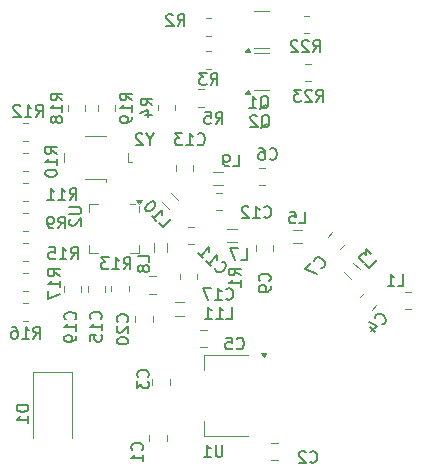
<source format=gbr>
%TF.GenerationSoftware,KiCad,Pcbnew,8.0.3+1*%
%TF.CreationDate,2024-07-23T21:20:40+00:00*%
%TF.ProjectId,ISM03,49534d30-332e-46b6-9963-61645f706362,rev?*%
%TF.SameCoordinates,Original*%
%TF.FileFunction,Legend,Bot*%
%TF.FilePolarity,Positive*%
%FSLAX46Y46*%
G04 Gerber Fmt 4.6, Leading zero omitted, Abs format (unit mm)*
G04 Created by KiCad (PCBNEW 8.0.3+1) date 2024-07-23 21:20:40*
%MOMM*%
%LPD*%
G01*
G04 APERTURE LIST*
%ADD10C,0.150000*%
%ADD11C,0.120000*%
G04 APERTURE END LIST*
D10*
X18575257Y23522781D02*
X18908590Y23998972D01*
X19146685Y23522781D02*
X19146685Y24522781D01*
X19146685Y24522781D02*
X18765733Y24522781D01*
X18765733Y24522781D02*
X18670495Y24475162D01*
X18670495Y24475162D02*
X18622876Y24427543D01*
X18622876Y24427543D02*
X18575257Y24332305D01*
X18575257Y24332305D02*
X18575257Y24189448D01*
X18575257Y24189448D02*
X18622876Y24094210D01*
X18622876Y24094210D02*
X18670495Y24046591D01*
X18670495Y24046591D02*
X18765733Y23998972D01*
X18765733Y23998972D02*
X19146685Y23998972D01*
X17622876Y23522781D02*
X18194304Y23522781D01*
X17908590Y23522781D02*
X17908590Y24522781D01*
X17908590Y24522781D02*
X18003828Y24379924D01*
X18003828Y24379924D02*
X18099066Y24284686D01*
X18099066Y24284686D02*
X18194304Y24237067D01*
X16718114Y24522781D02*
X17194304Y24522781D01*
X17194304Y24522781D02*
X17241923Y24046591D01*
X17241923Y24046591D02*
X17194304Y24094210D01*
X17194304Y24094210D02*
X17099066Y24141829D01*
X17099066Y24141829D02*
X16860971Y24141829D01*
X16860971Y24141829D02*
X16765733Y24094210D01*
X16765733Y24094210D02*
X16718114Y24046591D01*
X16718114Y24046591D02*
X16670495Y23951353D01*
X16670495Y23951353D02*
X16670495Y23713258D01*
X16670495Y23713258D02*
X16718114Y23618020D01*
X16718114Y23618020D02*
X16765733Y23570400D01*
X16765733Y23570400D02*
X16860971Y23522781D01*
X16860971Y23522781D02*
X17099066Y23522781D01*
X17099066Y23522781D02*
X17194304Y23570400D01*
X17194304Y23570400D02*
X17241923Y23618020D01*
X17625219Y22080458D02*
X17149028Y22413791D01*
X17625219Y22651886D02*
X16625219Y22651886D01*
X16625219Y22651886D02*
X16625219Y22270934D01*
X16625219Y22270934D02*
X16672838Y22175696D01*
X16672838Y22175696D02*
X16720457Y22128077D01*
X16720457Y22128077D02*
X16815695Y22080458D01*
X16815695Y22080458D02*
X16958552Y22080458D01*
X16958552Y22080458D02*
X17053790Y22128077D01*
X17053790Y22128077D02*
X17101409Y22175696D01*
X17101409Y22175696D02*
X17149028Y22270934D01*
X17149028Y22270934D02*
X17149028Y22651886D01*
X17625219Y21128077D02*
X17625219Y21699505D01*
X17625219Y21413791D02*
X16625219Y21413791D01*
X16625219Y21413791D02*
X16768076Y21509029D01*
X16768076Y21509029D02*
X16863314Y21604267D01*
X16863314Y21604267D02*
X16910933Y21699505D01*
X16625219Y20794743D02*
X16625219Y20128077D01*
X16625219Y20128077D02*
X17625219Y20556648D01*
X31394304Y7784181D02*
X31394304Y6974658D01*
X31394304Y6974658D02*
X31346685Y6879420D01*
X31346685Y6879420D02*
X31299066Y6831800D01*
X31299066Y6831800D02*
X31203828Y6784181D01*
X31203828Y6784181D02*
X31013352Y6784181D01*
X31013352Y6784181D02*
X30918114Y6831800D01*
X30918114Y6831800D02*
X30870495Y6879420D01*
X30870495Y6879420D02*
X30822876Y6974658D01*
X30822876Y6974658D02*
X30822876Y7784181D01*
X29822876Y6784181D02*
X30394304Y6784181D01*
X30108590Y6784181D02*
X30108590Y7784181D01*
X30108590Y7784181D02*
X30203828Y7641324D01*
X30203828Y7641324D02*
X30299066Y7546086D01*
X30299066Y7546086D02*
X30394304Y7498467D01*
X34588438Y36229143D02*
X34683676Y36276762D01*
X34683676Y36276762D02*
X34778914Y36372000D01*
X34778914Y36372000D02*
X34921771Y36514858D01*
X34921771Y36514858D02*
X35017009Y36562477D01*
X35017009Y36562477D02*
X35112247Y36562477D01*
X35064628Y36324381D02*
X35159866Y36372000D01*
X35159866Y36372000D02*
X35255104Y36467239D01*
X35255104Y36467239D02*
X35302723Y36657715D01*
X35302723Y36657715D02*
X35302723Y36991048D01*
X35302723Y36991048D02*
X35255104Y37181524D01*
X35255104Y37181524D02*
X35159866Y37276762D01*
X35159866Y37276762D02*
X35064628Y37324381D01*
X35064628Y37324381D02*
X34874152Y37324381D01*
X34874152Y37324381D02*
X34778914Y37276762D01*
X34778914Y37276762D02*
X34683676Y37181524D01*
X34683676Y37181524D02*
X34636057Y36991048D01*
X34636057Y36991048D02*
X34636057Y36657715D01*
X34636057Y36657715D02*
X34683676Y36467239D01*
X34683676Y36467239D02*
X34778914Y36372000D01*
X34778914Y36372000D02*
X34874152Y36324381D01*
X34874152Y36324381D02*
X35064628Y36324381D01*
X33683676Y36324381D02*
X34255104Y36324381D01*
X33969390Y36324381D02*
X33969390Y37324381D01*
X33969390Y37324381D02*
X34064628Y37181524D01*
X34064628Y37181524D02*
X34159866Y37086286D01*
X34159866Y37086286D02*
X34255104Y37038667D01*
X23746619Y36964858D02*
X23270428Y37298191D01*
X23746619Y37536286D02*
X22746619Y37536286D01*
X22746619Y37536286D02*
X22746619Y37155334D01*
X22746619Y37155334D02*
X22794238Y37060096D01*
X22794238Y37060096D02*
X22841857Y37012477D01*
X22841857Y37012477D02*
X22937095Y36964858D01*
X22937095Y36964858D02*
X23079952Y36964858D01*
X23079952Y36964858D02*
X23175190Y37012477D01*
X23175190Y37012477D02*
X23222809Y37060096D01*
X23222809Y37060096D02*
X23270428Y37155334D01*
X23270428Y37155334D02*
X23270428Y37536286D01*
X23746619Y36012477D02*
X23746619Y36583905D01*
X23746619Y36298191D02*
X22746619Y36298191D01*
X22746619Y36298191D02*
X22889476Y36393429D01*
X22889476Y36393429D02*
X22984714Y36488667D01*
X22984714Y36488667D02*
X23032333Y36583905D01*
X23746619Y35536286D02*
X23746619Y35345810D01*
X23746619Y35345810D02*
X23699000Y35250572D01*
X23699000Y35250572D02*
X23651380Y35202953D01*
X23651380Y35202953D02*
X23508523Y35107715D01*
X23508523Y35107715D02*
X23318047Y35060096D01*
X23318047Y35060096D02*
X22937095Y35060096D01*
X22937095Y35060096D02*
X22841857Y35107715D01*
X22841857Y35107715D02*
X22794238Y35155334D01*
X22794238Y35155334D02*
X22746619Y35250572D01*
X22746619Y35250572D02*
X22746619Y35441048D01*
X22746619Y35441048D02*
X22794238Y35536286D01*
X22794238Y35536286D02*
X22841857Y35583905D01*
X22841857Y35583905D02*
X22937095Y35631524D01*
X22937095Y35631524D02*
X23175190Y35631524D01*
X23175190Y35631524D02*
X23270428Y35583905D01*
X23270428Y35583905D02*
X23318047Y35536286D01*
X23318047Y35536286D02*
X23365666Y35441048D01*
X23365666Y35441048D02*
X23365666Y35250572D01*
X23365666Y35250572D02*
X23318047Y35155334D01*
X23318047Y35155334D02*
X23270428Y35107715D01*
X23270428Y35107715D02*
X23175190Y35060096D01*
X34664638Y34628943D02*
X34759876Y34676562D01*
X34759876Y34676562D02*
X34855114Y34771800D01*
X34855114Y34771800D02*
X34997971Y34914658D01*
X34997971Y34914658D02*
X35093209Y34962277D01*
X35093209Y34962277D02*
X35188447Y34962277D01*
X35140828Y34724181D02*
X35236066Y34771800D01*
X35236066Y34771800D02*
X35331304Y34867039D01*
X35331304Y34867039D02*
X35378923Y35057515D01*
X35378923Y35057515D02*
X35378923Y35390848D01*
X35378923Y35390848D02*
X35331304Y35581324D01*
X35331304Y35581324D02*
X35236066Y35676562D01*
X35236066Y35676562D02*
X35140828Y35724181D01*
X35140828Y35724181D02*
X34950352Y35724181D01*
X34950352Y35724181D02*
X34855114Y35676562D01*
X34855114Y35676562D02*
X34759876Y35581324D01*
X34759876Y35581324D02*
X34712257Y35390848D01*
X34712257Y35390848D02*
X34712257Y35057515D01*
X34712257Y35057515D02*
X34759876Y34867039D01*
X34759876Y34867039D02*
X34855114Y34771800D01*
X34855114Y34771800D02*
X34950352Y34724181D01*
X34950352Y34724181D02*
X35140828Y34724181D01*
X34331304Y35628943D02*
X34283685Y35676562D01*
X34283685Y35676562D02*
X34188447Y35724181D01*
X34188447Y35724181D02*
X33950352Y35724181D01*
X33950352Y35724181D02*
X33855114Y35676562D01*
X33855114Y35676562D02*
X33807495Y35628943D01*
X33807495Y35628943D02*
X33759876Y35533705D01*
X33759876Y35533705D02*
X33759876Y35438467D01*
X33759876Y35438467D02*
X33807495Y35295610D01*
X33807495Y35295610D02*
X34378923Y34724181D01*
X34378923Y34724181D02*
X33759876Y34724181D01*
X24591180Y7354867D02*
X24638800Y7402486D01*
X24638800Y7402486D02*
X24686419Y7545343D01*
X24686419Y7545343D02*
X24686419Y7640581D01*
X24686419Y7640581D02*
X24638800Y7783438D01*
X24638800Y7783438D02*
X24543561Y7878676D01*
X24543561Y7878676D02*
X24448323Y7926295D01*
X24448323Y7926295D02*
X24257847Y7973914D01*
X24257847Y7973914D02*
X24114990Y7973914D01*
X24114990Y7973914D02*
X23924514Y7926295D01*
X23924514Y7926295D02*
X23829276Y7878676D01*
X23829276Y7878676D02*
X23734038Y7783438D01*
X23734038Y7783438D02*
X23686419Y7640581D01*
X23686419Y7640581D02*
X23686419Y7545343D01*
X23686419Y7545343D02*
X23734038Y7402486D01*
X23734038Y7402486D02*
X23781657Y7354867D01*
X24686419Y6402486D02*
X24686419Y6973914D01*
X24686419Y6688200D02*
X23686419Y6688200D01*
X23686419Y6688200D02*
X23829276Y6783438D01*
X23829276Y6783438D02*
X23924514Y6878676D01*
X23924514Y6878676D02*
X23972133Y6973914D01*
X25073780Y13527067D02*
X25121400Y13574686D01*
X25121400Y13574686D02*
X25169019Y13717543D01*
X25169019Y13717543D02*
X25169019Y13812781D01*
X25169019Y13812781D02*
X25121400Y13955638D01*
X25121400Y13955638D02*
X25026161Y14050876D01*
X25026161Y14050876D02*
X24930923Y14098495D01*
X24930923Y14098495D02*
X24740447Y14146114D01*
X24740447Y14146114D02*
X24597590Y14146114D01*
X24597590Y14146114D02*
X24407114Y14098495D01*
X24407114Y14098495D02*
X24311876Y14050876D01*
X24311876Y14050876D02*
X24216638Y13955638D01*
X24216638Y13955638D02*
X24169019Y13812781D01*
X24169019Y13812781D02*
X24169019Y13717543D01*
X24169019Y13717543D02*
X24216638Y13574686D01*
X24216638Y13574686D02*
X24264257Y13527067D01*
X24169019Y13193733D02*
X24169019Y12574686D01*
X24169019Y12574686D02*
X24549971Y12908019D01*
X24549971Y12908019D02*
X24549971Y12765162D01*
X24549971Y12765162D02*
X24597590Y12669924D01*
X24597590Y12669924D02*
X24645209Y12622305D01*
X24645209Y12622305D02*
X24740447Y12574686D01*
X24740447Y12574686D02*
X24978542Y12574686D01*
X24978542Y12574686D02*
X25073780Y12622305D01*
X25073780Y12622305D02*
X25121400Y12669924D01*
X25121400Y12669924D02*
X25169019Y12765162D01*
X25169019Y12765162D02*
X25169019Y13050876D01*
X25169019Y13050876D02*
X25121400Y13146114D01*
X25121400Y13146114D02*
X25073780Y13193733D01*
X32602466Y15972620D02*
X32650085Y15925000D01*
X32650085Y15925000D02*
X32792942Y15877381D01*
X32792942Y15877381D02*
X32888180Y15877381D01*
X32888180Y15877381D02*
X33031037Y15925000D01*
X33031037Y15925000D02*
X33126275Y16020239D01*
X33126275Y16020239D02*
X33173894Y16115477D01*
X33173894Y16115477D02*
X33221513Y16305953D01*
X33221513Y16305953D02*
X33221513Y16448810D01*
X33221513Y16448810D02*
X33173894Y16639286D01*
X33173894Y16639286D02*
X33126275Y16734524D01*
X33126275Y16734524D02*
X33031037Y16829762D01*
X33031037Y16829762D02*
X32888180Y16877381D01*
X32888180Y16877381D02*
X32792942Y16877381D01*
X32792942Y16877381D02*
X32650085Y16829762D01*
X32650085Y16829762D02*
X32602466Y16782143D01*
X31697704Y16877381D02*
X32173894Y16877381D01*
X32173894Y16877381D02*
X32221513Y16401191D01*
X32221513Y16401191D02*
X32173894Y16448810D01*
X32173894Y16448810D02*
X32078656Y16496429D01*
X32078656Y16496429D02*
X31840561Y16496429D01*
X31840561Y16496429D02*
X31745323Y16448810D01*
X31745323Y16448810D02*
X31697704Y16401191D01*
X31697704Y16401191D02*
X31650085Y16305953D01*
X31650085Y16305953D02*
X31650085Y16067858D01*
X31650085Y16067858D02*
X31697704Y15972620D01*
X31697704Y15972620D02*
X31745323Y15925000D01*
X31745323Y15925000D02*
X31840561Y15877381D01*
X31840561Y15877381D02*
X32078656Y15877381D01*
X32078656Y15877381D02*
X32173894Y15925000D01*
X32173894Y15925000D02*
X32221513Y15972620D01*
X21085980Y18448258D02*
X21133600Y18495877D01*
X21133600Y18495877D02*
X21181219Y18638734D01*
X21181219Y18638734D02*
X21181219Y18733972D01*
X21181219Y18733972D02*
X21133600Y18876829D01*
X21133600Y18876829D02*
X21038361Y18972067D01*
X21038361Y18972067D02*
X20943123Y19019686D01*
X20943123Y19019686D02*
X20752647Y19067305D01*
X20752647Y19067305D02*
X20609790Y19067305D01*
X20609790Y19067305D02*
X20419314Y19019686D01*
X20419314Y19019686D02*
X20324076Y18972067D01*
X20324076Y18972067D02*
X20228838Y18876829D01*
X20228838Y18876829D02*
X20181219Y18733972D01*
X20181219Y18733972D02*
X20181219Y18638734D01*
X20181219Y18638734D02*
X20228838Y18495877D01*
X20228838Y18495877D02*
X20276457Y18448258D01*
X21181219Y17495877D02*
X21181219Y18067305D01*
X21181219Y17781591D02*
X20181219Y17781591D01*
X20181219Y17781591D02*
X20324076Y17876829D01*
X20324076Y17876829D02*
X20419314Y17972067D01*
X20419314Y17972067D02*
X20466933Y18067305D01*
X20181219Y16591115D02*
X20181219Y17067305D01*
X20181219Y17067305D02*
X20657409Y17114924D01*
X20657409Y17114924D02*
X20609790Y17067305D01*
X20609790Y17067305D02*
X20562171Y16972067D01*
X20562171Y16972067D02*
X20562171Y16733972D01*
X20562171Y16733972D02*
X20609790Y16638734D01*
X20609790Y16638734D02*
X20657409Y16591115D01*
X20657409Y16591115D02*
X20752647Y16543496D01*
X20752647Y16543496D02*
X20990742Y16543496D01*
X20990742Y16543496D02*
X21085980Y16591115D01*
X21085980Y16591115D02*
X21133600Y16638734D01*
X21133600Y16638734D02*
X21181219Y16733972D01*
X21181219Y16733972D02*
X21181219Y16972067D01*
X21181219Y16972067D02*
X21133600Y17067305D01*
X21133600Y17067305D02*
X21085980Y17114924D01*
X14972819Y11152095D02*
X13972819Y11152095D01*
X13972819Y11152095D02*
X13972819Y10914000D01*
X13972819Y10914000D02*
X14020438Y10771143D01*
X14020438Y10771143D02*
X14115676Y10675905D01*
X14115676Y10675905D02*
X14210914Y10628286D01*
X14210914Y10628286D02*
X14401390Y10580667D01*
X14401390Y10580667D02*
X14544247Y10580667D01*
X14544247Y10580667D02*
X14734723Y10628286D01*
X14734723Y10628286D02*
X14829961Y10675905D01*
X14829961Y10675905D02*
X14925200Y10771143D01*
X14925200Y10771143D02*
X14972819Y10914000D01*
X14972819Y10914000D02*
X14972819Y11152095D01*
X14972819Y9628286D02*
X14972819Y10199714D01*
X14972819Y9914000D02*
X13972819Y9914000D01*
X13972819Y9914000D02*
X14115676Y10009238D01*
X14115676Y10009238D02*
X14210914Y10104476D01*
X14210914Y10104476D02*
X14258533Y10199714D01*
X25219819Y23306067D02*
X25219819Y23782257D01*
X25219819Y23782257D02*
X24219819Y23782257D01*
X24648390Y22829876D02*
X24600771Y22925114D01*
X24600771Y22925114D02*
X24553152Y22972733D01*
X24553152Y22972733D02*
X24457914Y23020352D01*
X24457914Y23020352D02*
X24410295Y23020352D01*
X24410295Y23020352D02*
X24315057Y22972733D01*
X24315057Y22972733D02*
X24267438Y22925114D01*
X24267438Y22925114D02*
X24219819Y22829876D01*
X24219819Y22829876D02*
X24219819Y22639400D01*
X24219819Y22639400D02*
X24267438Y22544162D01*
X24267438Y22544162D02*
X24315057Y22496543D01*
X24315057Y22496543D02*
X24410295Y22448924D01*
X24410295Y22448924D02*
X24457914Y22448924D01*
X24457914Y22448924D02*
X24553152Y22496543D01*
X24553152Y22496543D02*
X24600771Y22544162D01*
X24600771Y22544162D02*
X24648390Y22639400D01*
X24648390Y22639400D02*
X24648390Y22829876D01*
X24648390Y22829876D02*
X24696009Y22925114D01*
X24696009Y22925114D02*
X24743628Y22972733D01*
X24743628Y22972733D02*
X24838866Y23020352D01*
X24838866Y23020352D02*
X25029342Y23020352D01*
X25029342Y23020352D02*
X25124580Y22972733D01*
X25124580Y22972733D02*
X25172200Y22925114D01*
X25172200Y22925114D02*
X25219819Y22829876D01*
X25219819Y22829876D02*
X25219819Y22639400D01*
X25219819Y22639400D02*
X25172200Y22544162D01*
X25172200Y22544162D02*
X25124580Y22496543D01*
X25124580Y22496543D02*
X25029342Y22448924D01*
X25029342Y22448924D02*
X24838866Y22448924D01*
X24838866Y22448924D02*
X24743628Y22496543D01*
X24743628Y22496543D02*
X24696009Y22544162D01*
X24696009Y22544162D02*
X24648390Y22639400D01*
X32941419Y22137667D02*
X32465228Y22471000D01*
X32941419Y22709095D02*
X31941419Y22709095D01*
X31941419Y22709095D02*
X31941419Y22328143D01*
X31941419Y22328143D02*
X31989038Y22232905D01*
X31989038Y22232905D02*
X32036657Y22185286D01*
X32036657Y22185286D02*
X32131895Y22137667D01*
X32131895Y22137667D02*
X32274752Y22137667D01*
X32274752Y22137667D02*
X32369990Y22185286D01*
X32369990Y22185286D02*
X32417609Y22232905D01*
X32417609Y22232905D02*
X32465228Y22328143D01*
X32465228Y22328143D02*
X32465228Y22709095D01*
X32941419Y21185286D02*
X32941419Y21756714D01*
X32941419Y21471000D02*
X31941419Y21471000D01*
X31941419Y21471000D02*
X32084276Y21566238D01*
X32084276Y21566238D02*
X32179514Y21661476D01*
X32179514Y21661476D02*
X32227133Y21756714D01*
X17514866Y26113581D02*
X17848199Y26589772D01*
X18086294Y26113581D02*
X18086294Y27113581D01*
X18086294Y27113581D02*
X17705342Y27113581D01*
X17705342Y27113581D02*
X17610104Y27065962D01*
X17610104Y27065962D02*
X17562485Y27018343D01*
X17562485Y27018343D02*
X17514866Y26923105D01*
X17514866Y26923105D02*
X17514866Y26780248D01*
X17514866Y26780248D02*
X17562485Y26685010D01*
X17562485Y26685010D02*
X17610104Y26637391D01*
X17610104Y26637391D02*
X17705342Y26589772D01*
X17705342Y26589772D02*
X18086294Y26589772D01*
X17038675Y26113581D02*
X16848199Y26113581D01*
X16848199Y26113581D02*
X16752961Y26161200D01*
X16752961Y26161200D02*
X16705342Y26208820D01*
X16705342Y26208820D02*
X16610104Y26351677D01*
X16610104Y26351677D02*
X16562485Y26542153D01*
X16562485Y26542153D02*
X16562485Y26923105D01*
X16562485Y26923105D02*
X16610104Y27018343D01*
X16610104Y27018343D02*
X16657723Y27065962D01*
X16657723Y27065962D02*
X16752961Y27113581D01*
X16752961Y27113581D02*
X16943437Y27113581D01*
X16943437Y27113581D02*
X17038675Y27065962D01*
X17038675Y27065962D02*
X17086294Y27018343D01*
X17086294Y27018343D02*
X17133913Y26923105D01*
X17133913Y26923105D02*
X17133913Y26685010D01*
X17133913Y26685010D02*
X17086294Y26589772D01*
X17086294Y26589772D02*
X17038675Y26542153D01*
X17038675Y26542153D02*
X16943437Y26494534D01*
X16943437Y26494534D02*
X16752961Y26494534D01*
X16752961Y26494534D02*
X16657723Y26542153D01*
X16657723Y26542153D02*
X16610104Y26589772D01*
X16610104Y26589772D02*
X16562485Y26685010D01*
X17396619Y32418258D02*
X16920428Y32751591D01*
X17396619Y32989686D02*
X16396619Y32989686D01*
X16396619Y32989686D02*
X16396619Y32608734D01*
X16396619Y32608734D02*
X16444238Y32513496D01*
X16444238Y32513496D02*
X16491857Y32465877D01*
X16491857Y32465877D02*
X16587095Y32418258D01*
X16587095Y32418258D02*
X16729952Y32418258D01*
X16729952Y32418258D02*
X16825190Y32465877D01*
X16825190Y32465877D02*
X16872809Y32513496D01*
X16872809Y32513496D02*
X16920428Y32608734D01*
X16920428Y32608734D02*
X16920428Y32989686D01*
X17396619Y31465877D02*
X17396619Y32037305D01*
X17396619Y31751591D02*
X16396619Y31751591D01*
X16396619Y31751591D02*
X16539476Y31846829D01*
X16539476Y31846829D02*
X16634714Y31942067D01*
X16634714Y31942067D02*
X16682333Y32037305D01*
X16396619Y30846829D02*
X16396619Y30751591D01*
X16396619Y30751591D02*
X16444238Y30656353D01*
X16444238Y30656353D02*
X16491857Y30608734D01*
X16491857Y30608734D02*
X16587095Y30561115D01*
X16587095Y30561115D02*
X16777571Y30513496D01*
X16777571Y30513496D02*
X17015666Y30513496D01*
X17015666Y30513496D02*
X17206142Y30561115D01*
X17206142Y30561115D02*
X17301380Y30608734D01*
X17301380Y30608734D02*
X17349000Y30656353D01*
X17349000Y30656353D02*
X17396619Y30751591D01*
X17396619Y30751591D02*
X17396619Y30846829D01*
X17396619Y30846829D02*
X17349000Y30942067D01*
X17349000Y30942067D02*
X17301380Y30989686D01*
X17301380Y30989686D02*
X17206142Y31037305D01*
X17206142Y31037305D02*
X17015666Y31084924D01*
X17015666Y31084924D02*
X16777571Y31084924D01*
X16777571Y31084924D02*
X16587095Y31037305D01*
X16587095Y31037305D02*
X16491857Y30989686D01*
X16491857Y30989686D02*
X16444238Y30942067D01*
X16444238Y30942067D02*
X16396619Y30846829D01*
X23045657Y22659181D02*
X23378990Y23135372D01*
X23617085Y22659181D02*
X23617085Y23659181D01*
X23617085Y23659181D02*
X23236133Y23659181D01*
X23236133Y23659181D02*
X23140895Y23611562D01*
X23140895Y23611562D02*
X23093276Y23563943D01*
X23093276Y23563943D02*
X23045657Y23468705D01*
X23045657Y23468705D02*
X23045657Y23325848D01*
X23045657Y23325848D02*
X23093276Y23230610D01*
X23093276Y23230610D02*
X23140895Y23182991D01*
X23140895Y23182991D02*
X23236133Y23135372D01*
X23236133Y23135372D02*
X23617085Y23135372D01*
X22093276Y22659181D02*
X22664704Y22659181D01*
X22378990Y22659181D02*
X22378990Y23659181D01*
X22378990Y23659181D02*
X22474228Y23516324D01*
X22474228Y23516324D02*
X22569466Y23421086D01*
X22569466Y23421086D02*
X22664704Y23373467D01*
X21759942Y23659181D02*
X21140895Y23659181D01*
X21140895Y23659181D02*
X21474228Y23278229D01*
X21474228Y23278229D02*
X21331371Y23278229D01*
X21331371Y23278229D02*
X21236133Y23230610D01*
X21236133Y23230610D02*
X21188514Y23182991D01*
X21188514Y23182991D02*
X21140895Y23087753D01*
X21140895Y23087753D02*
X21140895Y22849658D01*
X21140895Y22849658D02*
X21188514Y22754420D01*
X21188514Y22754420D02*
X21236133Y22706800D01*
X21236133Y22706800D02*
X21331371Y22659181D01*
X21331371Y22659181D02*
X21617085Y22659181D01*
X21617085Y22659181D02*
X21712323Y22706800D01*
X21712323Y22706800D02*
X21759942Y22754420D01*
X15400257Y16791781D02*
X15733590Y17267972D01*
X15971685Y16791781D02*
X15971685Y17791781D01*
X15971685Y17791781D02*
X15590733Y17791781D01*
X15590733Y17791781D02*
X15495495Y17744162D01*
X15495495Y17744162D02*
X15447876Y17696543D01*
X15447876Y17696543D02*
X15400257Y17601305D01*
X15400257Y17601305D02*
X15400257Y17458448D01*
X15400257Y17458448D02*
X15447876Y17363210D01*
X15447876Y17363210D02*
X15495495Y17315591D01*
X15495495Y17315591D02*
X15590733Y17267972D01*
X15590733Y17267972D02*
X15971685Y17267972D01*
X14447876Y16791781D02*
X15019304Y16791781D01*
X14733590Y16791781D02*
X14733590Y17791781D01*
X14733590Y17791781D02*
X14828828Y17648924D01*
X14828828Y17648924D02*
X14924066Y17553686D01*
X14924066Y17553686D02*
X15019304Y17506067D01*
X13590733Y17791781D02*
X13781209Y17791781D01*
X13781209Y17791781D02*
X13876447Y17744162D01*
X13876447Y17744162D02*
X13924066Y17696543D01*
X13924066Y17696543D02*
X14019304Y17553686D01*
X14019304Y17553686D02*
X14066923Y17363210D01*
X14066923Y17363210D02*
X14066923Y16982258D01*
X14066923Y16982258D02*
X14019304Y16887020D01*
X14019304Y16887020D02*
X13971685Y16839400D01*
X13971685Y16839400D02*
X13876447Y16791781D01*
X13876447Y16791781D02*
X13685971Y16791781D01*
X13685971Y16791781D02*
X13590733Y16839400D01*
X13590733Y16839400D02*
X13543114Y16887020D01*
X13543114Y16887020D02*
X13495495Y16982258D01*
X13495495Y16982258D02*
X13495495Y17220353D01*
X13495495Y17220353D02*
X13543114Y17315591D01*
X13543114Y17315591D02*
X13590733Y17363210D01*
X13590733Y17363210D02*
X13685971Y17410829D01*
X13685971Y17410829D02*
X13876447Y17410829D01*
X13876447Y17410829D02*
X13971685Y17363210D01*
X13971685Y17363210D02*
X14019304Y17315591D01*
X14019304Y17315591D02*
X14066923Y17220353D01*
X39073057Y41048781D02*
X39406390Y41524972D01*
X39644485Y41048781D02*
X39644485Y42048781D01*
X39644485Y42048781D02*
X39263533Y42048781D01*
X39263533Y42048781D02*
X39168295Y42001162D01*
X39168295Y42001162D02*
X39120676Y41953543D01*
X39120676Y41953543D02*
X39073057Y41858305D01*
X39073057Y41858305D02*
X39073057Y41715448D01*
X39073057Y41715448D02*
X39120676Y41620210D01*
X39120676Y41620210D02*
X39168295Y41572591D01*
X39168295Y41572591D02*
X39263533Y41524972D01*
X39263533Y41524972D02*
X39644485Y41524972D01*
X38692104Y41953543D02*
X38644485Y42001162D01*
X38644485Y42001162D02*
X38549247Y42048781D01*
X38549247Y42048781D02*
X38311152Y42048781D01*
X38311152Y42048781D02*
X38215914Y42001162D01*
X38215914Y42001162D02*
X38168295Y41953543D01*
X38168295Y41953543D02*
X38120676Y41858305D01*
X38120676Y41858305D02*
X38120676Y41763067D01*
X38120676Y41763067D02*
X38168295Y41620210D01*
X38168295Y41620210D02*
X38739723Y41048781D01*
X38739723Y41048781D02*
X38120676Y41048781D01*
X37739723Y41953543D02*
X37692104Y42001162D01*
X37692104Y42001162D02*
X37596866Y42048781D01*
X37596866Y42048781D02*
X37358771Y42048781D01*
X37358771Y42048781D02*
X37263533Y42001162D01*
X37263533Y42001162D02*
X37215914Y41953543D01*
X37215914Y41953543D02*
X37168295Y41858305D01*
X37168295Y41858305D02*
X37168295Y41763067D01*
X37168295Y41763067D02*
X37215914Y41620210D01*
X37215914Y41620210D02*
X37787342Y41048781D01*
X37787342Y41048781D02*
X37168295Y41048781D01*
X39352457Y36857781D02*
X39685790Y37333972D01*
X39923885Y36857781D02*
X39923885Y37857781D01*
X39923885Y37857781D02*
X39542933Y37857781D01*
X39542933Y37857781D02*
X39447695Y37810162D01*
X39447695Y37810162D02*
X39400076Y37762543D01*
X39400076Y37762543D02*
X39352457Y37667305D01*
X39352457Y37667305D02*
X39352457Y37524448D01*
X39352457Y37524448D02*
X39400076Y37429210D01*
X39400076Y37429210D02*
X39447695Y37381591D01*
X39447695Y37381591D02*
X39542933Y37333972D01*
X39542933Y37333972D02*
X39923885Y37333972D01*
X38971504Y37762543D02*
X38923885Y37810162D01*
X38923885Y37810162D02*
X38828647Y37857781D01*
X38828647Y37857781D02*
X38590552Y37857781D01*
X38590552Y37857781D02*
X38495314Y37810162D01*
X38495314Y37810162D02*
X38447695Y37762543D01*
X38447695Y37762543D02*
X38400076Y37667305D01*
X38400076Y37667305D02*
X38400076Y37572067D01*
X38400076Y37572067D02*
X38447695Y37429210D01*
X38447695Y37429210D02*
X39019123Y36857781D01*
X39019123Y36857781D02*
X38400076Y36857781D01*
X38066742Y37857781D02*
X37447695Y37857781D01*
X37447695Y37857781D02*
X37781028Y37476829D01*
X37781028Y37476829D02*
X37638171Y37476829D01*
X37638171Y37476829D02*
X37542933Y37429210D01*
X37542933Y37429210D02*
X37495314Y37381591D01*
X37495314Y37381591D02*
X37447695Y37286353D01*
X37447695Y37286353D02*
X37447695Y37048258D01*
X37447695Y37048258D02*
X37495314Y36953020D01*
X37495314Y36953020D02*
X37542933Y36905400D01*
X37542933Y36905400D02*
X37638171Y36857781D01*
X37638171Y36857781D02*
X37923885Y36857781D01*
X37923885Y36857781D02*
X38019123Y36905400D01*
X38019123Y36905400D02*
X38066742Y36953020D01*
X23346580Y18219658D02*
X23394200Y18267277D01*
X23394200Y18267277D02*
X23441819Y18410134D01*
X23441819Y18410134D02*
X23441819Y18505372D01*
X23441819Y18505372D02*
X23394200Y18648229D01*
X23394200Y18648229D02*
X23298961Y18743467D01*
X23298961Y18743467D02*
X23203723Y18791086D01*
X23203723Y18791086D02*
X23013247Y18838705D01*
X23013247Y18838705D02*
X22870390Y18838705D01*
X22870390Y18838705D02*
X22679914Y18791086D01*
X22679914Y18791086D02*
X22584676Y18743467D01*
X22584676Y18743467D02*
X22489438Y18648229D01*
X22489438Y18648229D02*
X22441819Y18505372D01*
X22441819Y18505372D02*
X22441819Y18410134D01*
X22441819Y18410134D02*
X22489438Y18267277D01*
X22489438Y18267277D02*
X22537057Y18219658D01*
X22537057Y17838705D02*
X22489438Y17791086D01*
X22489438Y17791086D02*
X22441819Y17695848D01*
X22441819Y17695848D02*
X22441819Y17457753D01*
X22441819Y17457753D02*
X22489438Y17362515D01*
X22489438Y17362515D02*
X22537057Y17314896D01*
X22537057Y17314896D02*
X22632295Y17267277D01*
X22632295Y17267277D02*
X22727533Y17267277D01*
X22727533Y17267277D02*
X22870390Y17314896D01*
X22870390Y17314896D02*
X23441819Y17886324D01*
X23441819Y17886324D02*
X23441819Y17267277D01*
X22441819Y16648229D02*
X22441819Y16552991D01*
X22441819Y16552991D02*
X22489438Y16457753D01*
X22489438Y16457753D02*
X22537057Y16410134D01*
X22537057Y16410134D02*
X22632295Y16362515D01*
X22632295Y16362515D02*
X22822771Y16314896D01*
X22822771Y16314896D02*
X23060866Y16314896D01*
X23060866Y16314896D02*
X23251342Y16362515D01*
X23251342Y16362515D02*
X23346580Y16410134D01*
X23346580Y16410134D02*
X23394200Y16457753D01*
X23394200Y16457753D02*
X23441819Y16552991D01*
X23441819Y16552991D02*
X23441819Y16648229D01*
X23441819Y16648229D02*
X23394200Y16743467D01*
X23394200Y16743467D02*
X23346580Y16791086D01*
X23346580Y16791086D02*
X23251342Y16838705D01*
X23251342Y16838705D02*
X23060866Y16886324D01*
X23060866Y16886324D02*
X22822771Y16886324D01*
X22822771Y16886324D02*
X22632295Y16838705D01*
X22632295Y16838705D02*
X22537057Y16791086D01*
X22537057Y16791086D02*
X22489438Y16743467D01*
X22489438Y16743467D02*
X22441819Y16648229D01*
X31707057Y20163620D02*
X31754676Y20116000D01*
X31754676Y20116000D02*
X31897533Y20068381D01*
X31897533Y20068381D02*
X31992771Y20068381D01*
X31992771Y20068381D02*
X32135628Y20116000D01*
X32135628Y20116000D02*
X32230866Y20211239D01*
X32230866Y20211239D02*
X32278485Y20306477D01*
X32278485Y20306477D02*
X32326104Y20496953D01*
X32326104Y20496953D02*
X32326104Y20639810D01*
X32326104Y20639810D02*
X32278485Y20830286D01*
X32278485Y20830286D02*
X32230866Y20925524D01*
X32230866Y20925524D02*
X32135628Y21020762D01*
X32135628Y21020762D02*
X31992771Y21068381D01*
X31992771Y21068381D02*
X31897533Y21068381D01*
X31897533Y21068381D02*
X31754676Y21020762D01*
X31754676Y21020762D02*
X31707057Y20973143D01*
X30754676Y20068381D02*
X31326104Y20068381D01*
X31040390Y20068381D02*
X31040390Y21068381D01*
X31040390Y21068381D02*
X31135628Y20925524D01*
X31135628Y20925524D02*
X31230866Y20830286D01*
X31230866Y20830286D02*
X31326104Y20782667D01*
X30421342Y21068381D02*
X29754676Y21068381D01*
X29754676Y21068381D02*
X30183247Y20068381D01*
X38825466Y6371420D02*
X38873085Y6323800D01*
X38873085Y6323800D02*
X39015942Y6276181D01*
X39015942Y6276181D02*
X39111180Y6276181D01*
X39111180Y6276181D02*
X39254037Y6323800D01*
X39254037Y6323800D02*
X39349275Y6419039D01*
X39349275Y6419039D02*
X39396894Y6514277D01*
X39396894Y6514277D02*
X39444513Y6704753D01*
X39444513Y6704753D02*
X39444513Y6847610D01*
X39444513Y6847610D02*
X39396894Y7038086D01*
X39396894Y7038086D02*
X39349275Y7133324D01*
X39349275Y7133324D02*
X39254037Y7228562D01*
X39254037Y7228562D02*
X39111180Y7276181D01*
X39111180Y7276181D02*
X39015942Y7276181D01*
X39015942Y7276181D02*
X38873085Y7228562D01*
X38873085Y7228562D02*
X38825466Y7180943D01*
X38444513Y7180943D02*
X38396894Y7228562D01*
X38396894Y7228562D02*
X38301656Y7276181D01*
X38301656Y7276181D02*
X38063561Y7276181D01*
X38063561Y7276181D02*
X37968323Y7228562D01*
X37968323Y7228562D02*
X37920704Y7180943D01*
X37920704Y7180943D02*
X37873085Y7085705D01*
X37873085Y7085705D02*
X37873085Y6990467D01*
X37873085Y6990467D02*
X37920704Y6847610D01*
X37920704Y6847610D02*
X38492132Y6276181D01*
X38492132Y6276181D02*
X37873085Y6276181D01*
X17854819Y36964858D02*
X17378628Y37298191D01*
X17854819Y37536286D02*
X16854819Y37536286D01*
X16854819Y37536286D02*
X16854819Y37155334D01*
X16854819Y37155334D02*
X16902438Y37060096D01*
X16902438Y37060096D02*
X16950057Y37012477D01*
X16950057Y37012477D02*
X17045295Y36964858D01*
X17045295Y36964858D02*
X17188152Y36964858D01*
X17188152Y36964858D02*
X17283390Y37012477D01*
X17283390Y37012477D02*
X17331009Y37060096D01*
X17331009Y37060096D02*
X17378628Y37155334D01*
X17378628Y37155334D02*
X17378628Y37536286D01*
X17854819Y36012477D02*
X17854819Y36583905D01*
X17854819Y36298191D02*
X16854819Y36298191D01*
X16854819Y36298191D02*
X16997676Y36393429D01*
X16997676Y36393429D02*
X17092914Y36488667D01*
X17092914Y36488667D02*
X17140533Y36583905D01*
X17283390Y35441048D02*
X17235771Y35536286D01*
X17235771Y35536286D02*
X17188152Y35583905D01*
X17188152Y35583905D02*
X17092914Y35631524D01*
X17092914Y35631524D02*
X17045295Y35631524D01*
X17045295Y35631524D02*
X16950057Y35583905D01*
X16950057Y35583905D02*
X16902438Y35536286D01*
X16902438Y35536286D02*
X16854819Y35441048D01*
X16854819Y35441048D02*
X16854819Y35250572D01*
X16854819Y35250572D02*
X16902438Y35155334D01*
X16902438Y35155334D02*
X16950057Y35107715D01*
X16950057Y35107715D02*
X17045295Y35060096D01*
X17045295Y35060096D02*
X17092914Y35060096D01*
X17092914Y35060096D02*
X17188152Y35107715D01*
X17188152Y35107715D02*
X17235771Y35155334D01*
X17235771Y35155334D02*
X17283390Y35250572D01*
X17283390Y35250572D02*
X17283390Y35441048D01*
X17283390Y35441048D02*
X17331009Y35536286D01*
X17331009Y35536286D02*
X17378628Y35583905D01*
X17378628Y35583905D02*
X17473866Y35631524D01*
X17473866Y35631524D02*
X17664342Y35631524D01*
X17664342Y35631524D02*
X17759580Y35583905D01*
X17759580Y35583905D02*
X17807200Y35536286D01*
X17807200Y35536286D02*
X17854819Y35441048D01*
X17854819Y35441048D02*
X17854819Y35250572D01*
X17854819Y35250572D02*
X17807200Y35155334D01*
X17807200Y35155334D02*
X17759580Y35107715D01*
X17759580Y35107715D02*
X17664342Y35060096D01*
X17664342Y35060096D02*
X17473866Y35060096D01*
X17473866Y35060096D02*
X17378628Y35107715D01*
X17378628Y35107715D02*
X17331009Y35155334D01*
X17331009Y35155334D02*
X17283390Y35250572D01*
X18473657Y28526581D02*
X18806990Y29002772D01*
X19045085Y28526581D02*
X19045085Y29526581D01*
X19045085Y29526581D02*
X18664133Y29526581D01*
X18664133Y29526581D02*
X18568895Y29478962D01*
X18568895Y29478962D02*
X18521276Y29431343D01*
X18521276Y29431343D02*
X18473657Y29336105D01*
X18473657Y29336105D02*
X18473657Y29193248D01*
X18473657Y29193248D02*
X18521276Y29098010D01*
X18521276Y29098010D02*
X18568895Y29050391D01*
X18568895Y29050391D02*
X18664133Y29002772D01*
X18664133Y29002772D02*
X19045085Y29002772D01*
X17521276Y28526581D02*
X18092704Y28526581D01*
X17806990Y28526581D02*
X17806990Y29526581D01*
X17806990Y29526581D02*
X17902228Y29383724D01*
X17902228Y29383724D02*
X17997466Y29288486D01*
X17997466Y29288486D02*
X18092704Y29240867D01*
X16568895Y28526581D02*
X17140323Y28526581D01*
X16854609Y28526581D02*
X16854609Y29526581D01*
X16854609Y29526581D02*
X16949847Y29383724D01*
X16949847Y29383724D02*
X17045085Y29288486D01*
X17045085Y29288486D02*
X17140323Y29240867D01*
X15603457Y35587781D02*
X15936790Y36063972D01*
X16174885Y35587781D02*
X16174885Y36587781D01*
X16174885Y36587781D02*
X15793933Y36587781D01*
X15793933Y36587781D02*
X15698695Y36540162D01*
X15698695Y36540162D02*
X15651076Y36492543D01*
X15651076Y36492543D02*
X15603457Y36397305D01*
X15603457Y36397305D02*
X15603457Y36254448D01*
X15603457Y36254448D02*
X15651076Y36159210D01*
X15651076Y36159210D02*
X15698695Y36111591D01*
X15698695Y36111591D02*
X15793933Y36063972D01*
X15793933Y36063972D02*
X16174885Y36063972D01*
X14651076Y35587781D02*
X15222504Y35587781D01*
X14936790Y35587781D02*
X14936790Y36587781D01*
X14936790Y36587781D02*
X15032028Y36444924D01*
X15032028Y36444924D02*
X15127266Y36349686D01*
X15127266Y36349686D02*
X15222504Y36302067D01*
X14270123Y36492543D02*
X14222504Y36540162D01*
X14222504Y36540162D02*
X14127266Y36587781D01*
X14127266Y36587781D02*
X13889171Y36587781D01*
X13889171Y36587781D02*
X13793933Y36540162D01*
X13793933Y36540162D02*
X13746314Y36492543D01*
X13746314Y36492543D02*
X13698695Y36397305D01*
X13698695Y36397305D02*
X13698695Y36302067D01*
X13698695Y36302067D02*
X13746314Y36159210D01*
X13746314Y36159210D02*
X14317742Y35587781D01*
X14317742Y35587781D02*
X13698695Y35587781D01*
X25241190Y33650972D02*
X25241190Y33174781D01*
X25574523Y34174781D02*
X25241190Y33650972D01*
X25241190Y33650972D02*
X24907857Y34174781D01*
X24622142Y34079543D02*
X24574523Y34127162D01*
X24574523Y34127162D02*
X24479285Y34174781D01*
X24479285Y34174781D02*
X24241190Y34174781D01*
X24241190Y34174781D02*
X24145952Y34127162D01*
X24145952Y34127162D02*
X24098333Y34079543D01*
X24098333Y34079543D02*
X24050714Y33984305D01*
X24050714Y33984305D02*
X24050714Y33889067D01*
X24050714Y33889067D02*
X24098333Y33746210D01*
X24098333Y33746210D02*
X24669761Y33174781D01*
X24669761Y33174781D02*
X24050714Y33174781D01*
X18454019Y27914505D02*
X19263542Y27914505D01*
X19263542Y27914505D02*
X19358780Y27866886D01*
X19358780Y27866886D02*
X19406400Y27819267D01*
X19406400Y27819267D02*
X19454019Y27724029D01*
X19454019Y27724029D02*
X19454019Y27533553D01*
X19454019Y27533553D02*
X19406400Y27438315D01*
X19406400Y27438315D02*
X19358780Y27390696D01*
X19358780Y27390696D02*
X19263542Y27343077D01*
X19263542Y27343077D02*
X18454019Y27343077D01*
X18549257Y26914505D02*
X18501638Y26866886D01*
X18501638Y26866886D02*
X18454019Y26771648D01*
X18454019Y26771648D02*
X18454019Y26533553D01*
X18454019Y26533553D02*
X18501638Y26438315D01*
X18501638Y26438315D02*
X18549257Y26390696D01*
X18549257Y26390696D02*
X18644495Y26343077D01*
X18644495Y26343077D02*
X18739733Y26343077D01*
X18739733Y26343077D02*
X18882590Y26390696D01*
X18882590Y26390696D02*
X19454019Y26962124D01*
X19454019Y26962124D02*
X19454019Y26343077D01*
X32983466Y23421181D02*
X33459656Y23421181D01*
X33459656Y23421181D02*
X33459656Y24421181D01*
X32745370Y24421181D02*
X32078704Y24421181D01*
X32078704Y24421181D02*
X32507275Y23421181D01*
X32297666Y31371381D02*
X32773856Y31371381D01*
X32773856Y31371381D02*
X32773856Y32371381D01*
X31916713Y31371381D02*
X31726237Y31371381D01*
X31726237Y31371381D02*
X31630999Y31419000D01*
X31630999Y31419000D02*
X31583380Y31466620D01*
X31583380Y31466620D02*
X31488142Y31609477D01*
X31488142Y31609477D02*
X31440523Y31799953D01*
X31440523Y31799953D02*
X31440523Y32180905D01*
X31440523Y32180905D02*
X31488142Y32276143D01*
X31488142Y32276143D02*
X31535761Y32323762D01*
X31535761Y32323762D02*
X31630999Y32371381D01*
X31630999Y32371381D02*
X31821475Y32371381D01*
X31821475Y32371381D02*
X31916713Y32323762D01*
X31916713Y32323762D02*
X31964332Y32276143D01*
X31964332Y32276143D02*
X32011951Y32180905D01*
X32011951Y32180905D02*
X32011951Y31942810D01*
X32011951Y31942810D02*
X31964332Y31847572D01*
X31964332Y31847572D02*
X31916713Y31799953D01*
X31916713Y31799953D02*
X31821475Y31752334D01*
X31821475Y31752334D02*
X31630999Y31752334D01*
X31630999Y31752334D02*
X31535761Y31799953D01*
X31535761Y31799953D02*
X31488142Y31847572D01*
X31488142Y31847572D02*
X31440523Y31942810D01*
X37911066Y26545981D02*
X38387256Y26545981D01*
X38387256Y26545981D02*
X38387256Y27545981D01*
X37101542Y27545981D02*
X37577732Y27545981D01*
X37577732Y27545981D02*
X37625351Y27069791D01*
X37625351Y27069791D02*
X37577732Y27117410D01*
X37577732Y27117410D02*
X37482494Y27165029D01*
X37482494Y27165029D02*
X37244399Y27165029D01*
X37244399Y27165029D02*
X37149161Y27117410D01*
X37149161Y27117410D02*
X37101542Y27069791D01*
X37101542Y27069791D02*
X37053923Y26974553D01*
X37053923Y26974553D02*
X37053923Y26736458D01*
X37053923Y26736458D02*
X37101542Y26641220D01*
X37101542Y26641220D02*
X37149161Y26593600D01*
X37149161Y26593600D02*
X37244399Y26545981D01*
X37244399Y26545981D02*
X37482494Y26545981D01*
X37482494Y26545981D02*
X37577732Y26593600D01*
X37577732Y26593600D02*
X37625351Y26641220D01*
X26011747Y26575810D02*
X26348464Y26239093D01*
X26348464Y26239093D02*
X27055571Y26946199D01*
X25405655Y27181902D02*
X25809716Y26777841D01*
X25607685Y26979871D02*
X26314792Y27686978D01*
X26314792Y27686978D02*
X26281120Y27518619D01*
X26281120Y27518619D02*
X26281120Y27383932D01*
X26281120Y27383932D02*
X26314792Y27282917D01*
X25675029Y28326741D02*
X25607685Y28394085D01*
X25607685Y28394085D02*
X25506670Y28427757D01*
X25506670Y28427757D02*
X25439327Y28427757D01*
X25439327Y28427757D02*
X25338311Y28394085D01*
X25338311Y28394085D02*
X25169953Y28293070D01*
X25169953Y28293070D02*
X25001594Y28124711D01*
X25001594Y28124711D02*
X24900579Y27956352D01*
X24900579Y27956352D02*
X24866907Y27855337D01*
X24866907Y27855337D02*
X24866907Y27787993D01*
X24866907Y27787993D02*
X24900579Y27686978D01*
X24900579Y27686978D02*
X24967922Y27619635D01*
X24967922Y27619635D02*
X25068937Y27585963D01*
X25068937Y27585963D02*
X25136281Y27585963D01*
X25136281Y27585963D02*
X25237296Y27619635D01*
X25237296Y27619635D02*
X25405655Y27720650D01*
X25405655Y27720650D02*
X25574014Y27889009D01*
X25574014Y27889009D02*
X25675029Y28057367D01*
X25675029Y28057367D02*
X25708701Y28158383D01*
X25708701Y28158383D02*
X25708701Y28225726D01*
X25708701Y28225726D02*
X25675029Y28326741D01*
X39742112Y22748989D02*
X39809456Y22748989D01*
X39809456Y22748989D02*
X39944143Y22816333D01*
X39944143Y22816333D02*
X40011486Y22883676D01*
X40011486Y22883676D02*
X40078830Y23018363D01*
X40078830Y23018363D02*
X40078830Y23153050D01*
X40078830Y23153050D02*
X40045158Y23254065D01*
X40045158Y23254065D02*
X39944143Y23422424D01*
X39944143Y23422424D02*
X39843128Y23523439D01*
X39843128Y23523439D02*
X39674769Y23624455D01*
X39674769Y23624455D02*
X39573754Y23658126D01*
X39573754Y23658126D02*
X39439067Y23658126D01*
X39439067Y23658126D02*
X39304380Y23590783D01*
X39304380Y23590783D02*
X39237036Y23523439D01*
X39237036Y23523439D02*
X39169693Y23388752D01*
X39169693Y23388752D02*
X39169693Y23321409D01*
X38866647Y23153050D02*
X38395242Y22681646D01*
X38395242Y22681646D02*
X39405395Y22277585D01*
X35386180Y21680467D02*
X35433800Y21728086D01*
X35433800Y21728086D02*
X35481419Y21870943D01*
X35481419Y21870943D02*
X35481419Y21966181D01*
X35481419Y21966181D02*
X35433800Y22109038D01*
X35433800Y22109038D02*
X35338561Y22204276D01*
X35338561Y22204276D02*
X35243323Y22251895D01*
X35243323Y22251895D02*
X35052847Y22299514D01*
X35052847Y22299514D02*
X34909990Y22299514D01*
X34909990Y22299514D02*
X34719514Y22251895D01*
X34719514Y22251895D02*
X34624276Y22204276D01*
X34624276Y22204276D02*
X34529038Y22109038D01*
X34529038Y22109038D02*
X34481419Y21966181D01*
X34481419Y21966181D02*
X34481419Y21870943D01*
X34481419Y21870943D02*
X34529038Y21728086D01*
X34529038Y21728086D02*
X34576657Y21680467D01*
X35481419Y21204276D02*
X35481419Y21013800D01*
X35481419Y21013800D02*
X35433800Y20918562D01*
X35433800Y20918562D02*
X35386180Y20870943D01*
X35386180Y20870943D02*
X35243323Y20775705D01*
X35243323Y20775705D02*
X35052847Y20728086D01*
X35052847Y20728086D02*
X34671895Y20728086D01*
X34671895Y20728086D02*
X34576657Y20775705D01*
X34576657Y20775705D02*
X34529038Y20823324D01*
X34529038Y20823324D02*
X34481419Y20918562D01*
X34481419Y20918562D02*
X34481419Y21109038D01*
X34481419Y21109038D02*
X34529038Y21204276D01*
X34529038Y21204276D02*
X34576657Y21251895D01*
X34576657Y21251895D02*
X34671895Y21299514D01*
X34671895Y21299514D02*
X34909990Y21299514D01*
X34909990Y21299514D02*
X35005228Y21251895D01*
X35005228Y21251895D02*
X35052847Y21204276D01*
X35052847Y21204276D02*
X35100466Y21109038D01*
X35100466Y21109038D02*
X35100466Y20918562D01*
X35100466Y20918562D02*
X35052847Y20823324D01*
X35052847Y20823324D02*
X35005228Y20775705D01*
X35005228Y20775705D02*
X34909990Y20728086D01*
X29294057Y33270020D02*
X29341676Y33222400D01*
X29341676Y33222400D02*
X29484533Y33174781D01*
X29484533Y33174781D02*
X29579771Y33174781D01*
X29579771Y33174781D02*
X29722628Y33222400D01*
X29722628Y33222400D02*
X29817866Y33317639D01*
X29817866Y33317639D02*
X29865485Y33412877D01*
X29865485Y33412877D02*
X29913104Y33603353D01*
X29913104Y33603353D02*
X29913104Y33746210D01*
X29913104Y33746210D02*
X29865485Y33936686D01*
X29865485Y33936686D02*
X29817866Y34031924D01*
X29817866Y34031924D02*
X29722628Y34127162D01*
X29722628Y34127162D02*
X29579771Y34174781D01*
X29579771Y34174781D02*
X29484533Y34174781D01*
X29484533Y34174781D02*
X29341676Y34127162D01*
X29341676Y34127162D02*
X29294057Y34079543D01*
X28341676Y33174781D02*
X28913104Y33174781D01*
X28627390Y33174781D02*
X28627390Y34174781D01*
X28627390Y34174781D02*
X28722628Y34031924D01*
X28722628Y34031924D02*
X28817866Y33936686D01*
X28817866Y33936686D02*
X28913104Y33889067D01*
X28008342Y34174781D02*
X27389295Y34174781D01*
X27389295Y34174781D02*
X27722628Y33793829D01*
X27722628Y33793829D02*
X27579771Y33793829D01*
X27579771Y33793829D02*
X27484533Y33746210D01*
X27484533Y33746210D02*
X27436914Y33698591D01*
X27436914Y33698591D02*
X27389295Y33603353D01*
X27389295Y33603353D02*
X27389295Y33365258D01*
X27389295Y33365258D02*
X27436914Y33270020D01*
X27436914Y33270020D02*
X27484533Y33222400D01*
X27484533Y33222400D02*
X27579771Y33174781D01*
X27579771Y33174781D02*
X27865485Y33174781D01*
X27865485Y33174781D02*
X27960723Y33222400D01*
X27960723Y33222400D02*
X28008342Y33270020D01*
X30781906Y22735370D02*
X30781906Y22668026D01*
X30781906Y22668026D02*
X30849250Y22533339D01*
X30849250Y22533339D02*
X30916593Y22465996D01*
X30916593Y22465996D02*
X31051280Y22398652D01*
X31051280Y22398652D02*
X31185967Y22398652D01*
X31185967Y22398652D02*
X31286982Y22432324D01*
X31286982Y22432324D02*
X31455341Y22533339D01*
X31455341Y22533339D02*
X31556356Y22634354D01*
X31556356Y22634354D02*
X31657372Y22802713D01*
X31657372Y22802713D02*
X31691043Y22903728D01*
X31691043Y22903728D02*
X31691043Y23038415D01*
X31691043Y23038415D02*
X31623700Y23173102D01*
X31623700Y23173102D02*
X31556356Y23240446D01*
X31556356Y23240446D02*
X31421669Y23307789D01*
X31421669Y23307789D02*
X31354326Y23307789D01*
X30041128Y23341461D02*
X30445189Y22937400D01*
X30243158Y23139431D02*
X30950265Y23846537D01*
X30950265Y23846537D02*
X30916593Y23678179D01*
X30916593Y23678179D02*
X30916593Y23543492D01*
X30916593Y23543492D02*
X30950265Y23442476D01*
X29367692Y24014896D02*
X29771753Y23610835D01*
X29569723Y23812866D02*
X30276830Y24519973D01*
X30276830Y24519973D02*
X30243158Y24351614D01*
X30243158Y24351614D02*
X30243158Y24216927D01*
X30243158Y24216927D02*
X30276830Y24115912D01*
X44898312Y17999189D02*
X44965656Y17999189D01*
X44965656Y17999189D02*
X45100343Y18066533D01*
X45100343Y18066533D02*
X45167686Y18133876D01*
X45167686Y18133876D02*
X45235030Y18268563D01*
X45235030Y18268563D02*
X45235030Y18403250D01*
X45235030Y18403250D02*
X45201358Y18504265D01*
X45201358Y18504265D02*
X45100343Y18672624D01*
X45100343Y18672624D02*
X44999328Y18773639D01*
X44999328Y18773639D02*
X44830969Y18874655D01*
X44830969Y18874655D02*
X44729954Y18908326D01*
X44729954Y18908326D02*
X44595267Y18908326D01*
X44595267Y18908326D02*
X44460580Y18840983D01*
X44460580Y18840983D02*
X44393236Y18773639D01*
X44393236Y18773639D02*
X44325893Y18638952D01*
X44325893Y18638952D02*
X44325893Y18571609D01*
X43888160Y17797159D02*
X44359564Y17325754D01*
X43787145Y18234891D02*
X44460580Y17898174D01*
X44460580Y17898174D02*
X44022847Y17460441D01*
X34932857Y27097820D02*
X34980476Y27050200D01*
X34980476Y27050200D02*
X35123333Y27002581D01*
X35123333Y27002581D02*
X35218571Y27002581D01*
X35218571Y27002581D02*
X35361428Y27050200D01*
X35361428Y27050200D02*
X35456666Y27145439D01*
X35456666Y27145439D02*
X35504285Y27240677D01*
X35504285Y27240677D02*
X35551904Y27431153D01*
X35551904Y27431153D02*
X35551904Y27574010D01*
X35551904Y27574010D02*
X35504285Y27764486D01*
X35504285Y27764486D02*
X35456666Y27859724D01*
X35456666Y27859724D02*
X35361428Y27954962D01*
X35361428Y27954962D02*
X35218571Y28002581D01*
X35218571Y28002581D02*
X35123333Y28002581D01*
X35123333Y28002581D02*
X34980476Y27954962D01*
X34980476Y27954962D02*
X34932857Y27907343D01*
X33980476Y27002581D02*
X34551904Y27002581D01*
X34266190Y27002581D02*
X34266190Y28002581D01*
X34266190Y28002581D02*
X34361428Y27859724D01*
X34361428Y27859724D02*
X34456666Y27764486D01*
X34456666Y27764486D02*
X34551904Y27716867D01*
X33599523Y27907343D02*
X33551904Y27954962D01*
X33551904Y27954962D02*
X33456666Y28002581D01*
X33456666Y28002581D02*
X33218571Y28002581D01*
X33218571Y28002581D02*
X33123333Y27954962D01*
X33123333Y27954962D02*
X33075714Y27907343D01*
X33075714Y27907343D02*
X33028095Y27812105D01*
X33028095Y27812105D02*
X33028095Y27716867D01*
X33028095Y27716867D02*
X33075714Y27574010D01*
X33075714Y27574010D02*
X33647142Y27002581D01*
X33647142Y27002581D02*
X33028095Y27002581D01*
X35396466Y32025420D02*
X35444085Y31977800D01*
X35444085Y31977800D02*
X35586942Y31930181D01*
X35586942Y31930181D02*
X35682180Y31930181D01*
X35682180Y31930181D02*
X35825037Y31977800D01*
X35825037Y31977800D02*
X35920275Y32073039D01*
X35920275Y32073039D02*
X35967894Y32168277D01*
X35967894Y32168277D02*
X36015513Y32358753D01*
X36015513Y32358753D02*
X36015513Y32501610D01*
X36015513Y32501610D02*
X35967894Y32692086D01*
X35967894Y32692086D02*
X35920275Y32787324D01*
X35920275Y32787324D02*
X35825037Y32882562D01*
X35825037Y32882562D02*
X35682180Y32930181D01*
X35682180Y32930181D02*
X35586942Y32930181D01*
X35586942Y32930181D02*
X35444085Y32882562D01*
X35444085Y32882562D02*
X35396466Y32834943D01*
X34539323Y32930181D02*
X34729799Y32930181D01*
X34729799Y32930181D02*
X34825037Y32882562D01*
X34825037Y32882562D02*
X34872656Y32834943D01*
X34872656Y32834943D02*
X34967894Y32692086D01*
X34967894Y32692086D02*
X35015513Y32501610D01*
X35015513Y32501610D02*
X35015513Y32120658D01*
X35015513Y32120658D02*
X34967894Y32025420D01*
X34967894Y32025420D02*
X34920275Y31977800D01*
X34920275Y31977800D02*
X34825037Y31930181D01*
X34825037Y31930181D02*
X34634561Y31930181D01*
X34634561Y31930181D02*
X34539323Y31977800D01*
X34539323Y31977800D02*
X34491704Y32025420D01*
X34491704Y32025420D02*
X34444085Y32120658D01*
X34444085Y32120658D02*
X34444085Y32358753D01*
X34444085Y32358753D02*
X34491704Y32453991D01*
X34491704Y32453991D02*
X34539323Y32501610D01*
X34539323Y32501610D02*
X34634561Y32549229D01*
X34634561Y32549229D02*
X34825037Y32549229D01*
X34825037Y32549229D02*
X34920275Y32501610D01*
X34920275Y32501610D02*
X34967894Y32453991D01*
X34967894Y32453991D02*
X35015513Y32358753D01*
X43484246Y23080944D02*
X43820963Y22744226D01*
X43820963Y22744226D02*
X44528070Y23451333D01*
X44022994Y23956410D02*
X43585261Y24394142D01*
X43585261Y24394142D02*
X43551589Y23889066D01*
X43551589Y23889066D02*
X43450574Y23990081D01*
X43450574Y23990081D02*
X43349559Y24023753D01*
X43349559Y24023753D02*
X43282215Y24023753D01*
X43282215Y24023753D02*
X43181200Y23990081D01*
X43181200Y23990081D02*
X43012841Y23821723D01*
X43012841Y23821723D02*
X42979169Y23720707D01*
X42979169Y23720707D02*
X42979169Y23653364D01*
X42979169Y23653364D02*
X43012841Y23552349D01*
X43012841Y23552349D02*
X43214872Y23350318D01*
X43214872Y23350318D02*
X43315887Y23316646D01*
X43315887Y23316646D02*
X43383230Y23316646D01*
X46242266Y21262181D02*
X46718456Y21262181D01*
X46718456Y21262181D02*
X46718456Y22262181D01*
X45385123Y21262181D02*
X45956551Y21262181D01*
X45670837Y21262181D02*
X45670837Y22262181D01*
X45670837Y22262181D02*
X45766075Y22119324D01*
X45766075Y22119324D02*
X45861313Y22024086D01*
X45861313Y22024086D02*
X45956551Y21976467D01*
X18926980Y18422858D02*
X18974600Y18470477D01*
X18974600Y18470477D02*
X19022219Y18613334D01*
X19022219Y18613334D02*
X19022219Y18708572D01*
X19022219Y18708572D02*
X18974600Y18851429D01*
X18974600Y18851429D02*
X18879361Y18946667D01*
X18879361Y18946667D02*
X18784123Y18994286D01*
X18784123Y18994286D02*
X18593647Y19041905D01*
X18593647Y19041905D02*
X18450790Y19041905D01*
X18450790Y19041905D02*
X18260314Y18994286D01*
X18260314Y18994286D02*
X18165076Y18946667D01*
X18165076Y18946667D02*
X18069838Y18851429D01*
X18069838Y18851429D02*
X18022219Y18708572D01*
X18022219Y18708572D02*
X18022219Y18613334D01*
X18022219Y18613334D02*
X18069838Y18470477D01*
X18069838Y18470477D02*
X18117457Y18422858D01*
X19022219Y17470477D02*
X19022219Y18041905D01*
X19022219Y17756191D02*
X18022219Y17756191D01*
X18022219Y17756191D02*
X18165076Y17851429D01*
X18165076Y17851429D02*
X18260314Y17946667D01*
X18260314Y17946667D02*
X18307933Y18041905D01*
X19022219Y16994286D02*
X19022219Y16803810D01*
X19022219Y16803810D02*
X18974600Y16708572D01*
X18974600Y16708572D02*
X18926980Y16660953D01*
X18926980Y16660953D02*
X18784123Y16565715D01*
X18784123Y16565715D02*
X18593647Y16518096D01*
X18593647Y16518096D02*
X18212695Y16518096D01*
X18212695Y16518096D02*
X18117457Y16565715D01*
X18117457Y16565715D02*
X18069838Y16613334D01*
X18069838Y16613334D02*
X18022219Y16708572D01*
X18022219Y16708572D02*
X18022219Y16899048D01*
X18022219Y16899048D02*
X18069838Y16994286D01*
X18069838Y16994286D02*
X18117457Y17041905D01*
X18117457Y17041905D02*
X18212695Y17089524D01*
X18212695Y17089524D02*
X18450790Y17089524D01*
X18450790Y17089524D02*
X18546028Y17041905D01*
X18546028Y17041905D02*
X18593647Y16994286D01*
X18593647Y16994286D02*
X18641266Y16899048D01*
X18641266Y16899048D02*
X18641266Y16708572D01*
X18641266Y16708572D02*
X18593647Y16613334D01*
X18593647Y16613334D02*
X18546028Y16565715D01*
X18546028Y16565715D02*
X18450790Y16518096D01*
X25474819Y36539467D02*
X24998628Y36872800D01*
X25474819Y37110895D02*
X24474819Y37110895D01*
X24474819Y37110895D02*
X24474819Y36729943D01*
X24474819Y36729943D02*
X24522438Y36634705D01*
X24522438Y36634705D02*
X24570057Y36587086D01*
X24570057Y36587086D02*
X24665295Y36539467D01*
X24665295Y36539467D02*
X24808152Y36539467D01*
X24808152Y36539467D02*
X24903390Y36587086D01*
X24903390Y36587086D02*
X24951009Y36634705D01*
X24951009Y36634705D02*
X24998628Y36729943D01*
X24998628Y36729943D02*
X24998628Y37110895D01*
X24808152Y35682324D02*
X25474819Y35682324D01*
X24427200Y35920419D02*
X25141485Y36158514D01*
X25141485Y36158514D02*
X25141485Y35539467D01*
X27598666Y43258581D02*
X27931999Y43734772D01*
X28170094Y43258581D02*
X28170094Y44258581D01*
X28170094Y44258581D02*
X27789142Y44258581D01*
X27789142Y44258581D02*
X27693904Y44210962D01*
X27693904Y44210962D02*
X27646285Y44163343D01*
X27646285Y44163343D02*
X27598666Y44068105D01*
X27598666Y44068105D02*
X27598666Y43925248D01*
X27598666Y43925248D02*
X27646285Y43830010D01*
X27646285Y43830010D02*
X27693904Y43782391D01*
X27693904Y43782391D02*
X27789142Y43734772D01*
X27789142Y43734772D02*
X28170094Y43734772D01*
X27217713Y44163343D02*
X27170094Y44210962D01*
X27170094Y44210962D02*
X27074856Y44258581D01*
X27074856Y44258581D02*
X26836761Y44258581D01*
X26836761Y44258581D02*
X26741523Y44210962D01*
X26741523Y44210962D02*
X26693904Y44163343D01*
X26693904Y44163343D02*
X26646285Y44068105D01*
X26646285Y44068105D02*
X26646285Y43972867D01*
X26646285Y43972867D02*
X26693904Y43830010D01*
X26693904Y43830010D02*
X27265332Y43258581D01*
X27265332Y43258581D02*
X26646285Y43258581D01*
X30824466Y34978181D02*
X31157799Y35454372D01*
X31395894Y34978181D02*
X31395894Y35978181D01*
X31395894Y35978181D02*
X31014942Y35978181D01*
X31014942Y35978181D02*
X30919704Y35930562D01*
X30919704Y35930562D02*
X30872085Y35882943D01*
X30872085Y35882943D02*
X30824466Y35787705D01*
X30824466Y35787705D02*
X30824466Y35644848D01*
X30824466Y35644848D02*
X30872085Y35549610D01*
X30872085Y35549610D02*
X30919704Y35501991D01*
X30919704Y35501991D02*
X31014942Y35454372D01*
X31014942Y35454372D02*
X31395894Y35454372D01*
X29919704Y35978181D02*
X30395894Y35978181D01*
X30395894Y35978181D02*
X30443513Y35501991D01*
X30443513Y35501991D02*
X30395894Y35549610D01*
X30395894Y35549610D02*
X30300656Y35597229D01*
X30300656Y35597229D02*
X30062561Y35597229D01*
X30062561Y35597229D02*
X29967323Y35549610D01*
X29967323Y35549610D02*
X29919704Y35501991D01*
X29919704Y35501991D02*
X29872085Y35406753D01*
X29872085Y35406753D02*
X29872085Y35168658D01*
X29872085Y35168658D02*
X29919704Y35073420D01*
X29919704Y35073420D02*
X29967323Y35025800D01*
X29967323Y35025800D02*
X30062561Y34978181D01*
X30062561Y34978181D02*
X30300656Y34978181D01*
X30300656Y34978181D02*
X30395894Y35025800D01*
X30395894Y35025800D02*
X30443513Y35073420D01*
X30392666Y38281181D02*
X30725999Y38757372D01*
X30964094Y38281181D02*
X30964094Y39281181D01*
X30964094Y39281181D02*
X30583142Y39281181D01*
X30583142Y39281181D02*
X30487904Y39233562D01*
X30487904Y39233562D02*
X30440285Y39185943D01*
X30440285Y39185943D02*
X30392666Y39090705D01*
X30392666Y39090705D02*
X30392666Y38947848D01*
X30392666Y38947848D02*
X30440285Y38852610D01*
X30440285Y38852610D02*
X30487904Y38804991D01*
X30487904Y38804991D02*
X30583142Y38757372D01*
X30583142Y38757372D02*
X30964094Y38757372D01*
X30059332Y39281181D02*
X29440285Y39281181D01*
X29440285Y39281181D02*
X29773618Y38900229D01*
X29773618Y38900229D02*
X29630761Y38900229D01*
X29630761Y38900229D02*
X29535523Y38852610D01*
X29535523Y38852610D02*
X29487904Y38804991D01*
X29487904Y38804991D02*
X29440285Y38709753D01*
X29440285Y38709753D02*
X29440285Y38471658D01*
X29440285Y38471658D02*
X29487904Y38376420D01*
X29487904Y38376420D02*
X29535523Y38328800D01*
X29535523Y38328800D02*
X29630761Y38281181D01*
X29630761Y38281181D02*
X29916475Y38281181D01*
X29916475Y38281181D02*
X30011713Y38328800D01*
X30011713Y38328800D02*
X30059332Y38376420D01*
X31732457Y18468181D02*
X32208647Y18468181D01*
X32208647Y18468181D02*
X32208647Y19468181D01*
X30875314Y18468181D02*
X31446742Y18468181D01*
X31161028Y18468181D02*
X31161028Y19468181D01*
X31161028Y19468181D02*
X31256266Y19325324D01*
X31256266Y19325324D02*
X31351504Y19230086D01*
X31351504Y19230086D02*
X31446742Y19182467D01*
X29922933Y18468181D02*
X30494361Y18468181D01*
X30208647Y18468181D02*
X30208647Y19468181D01*
X30208647Y19468181D02*
X30303885Y19325324D01*
X30303885Y19325324D02*
X30399123Y19230086D01*
X30399123Y19230086D02*
X30494361Y19182467D01*
D11*
%TO.C,R15*%
X14959064Y24865000D02*
X14504936Y24865000D01*
X14959064Y23395000D02*
X14504936Y23395000D01*
%TO.C,R17*%
X14959064Y22325000D02*
X14504936Y22325000D01*
X14959064Y20855000D02*
X14504936Y20855000D01*
%TO.C,U1*%
X29840000Y15361299D02*
X33600000Y15361299D01*
X29840000Y14101299D02*
X29840000Y15361299D01*
X29840000Y9801299D02*
X29840000Y8541299D01*
X29840000Y8541299D02*
X33600000Y8541299D01*
X34880000Y15261299D02*
X34640000Y15591299D01*
X35120000Y15591299D01*
X34880000Y15261299D01*
G36*
X34880000Y15261299D02*
G01*
X34640000Y15591299D01*
X35120000Y15591299D01*
X34880000Y15261299D01*
G37*
%TO.C,Q1*%
X34047500Y44486000D02*
X34697500Y44486000D01*
X34047500Y41366000D02*
X34697500Y41366000D01*
X35347500Y44486000D02*
X34697500Y44486000D01*
X35347500Y41366000D02*
X34697500Y41366000D01*
X33775000Y41086000D02*
X33295000Y41086000D01*
X33535000Y41416000D01*
X33775000Y41086000D01*
G36*
X33775000Y41086000D02*
G01*
X33295000Y41086000D01*
X33535000Y41416000D01*
X33775000Y41086000D01*
G37*
%TO.C,R19*%
X20855000Y36094936D02*
X20855000Y36549064D01*
X22325000Y36094936D02*
X22325000Y36549064D01*
%TO.C,Q2*%
X34047500Y40930000D02*
X34697500Y40930000D01*
X34047500Y37810000D02*
X34697500Y37810000D01*
X35347500Y40930000D02*
X34697500Y40930000D01*
X35347500Y37810000D02*
X34697500Y37810000D01*
X33775000Y37530000D02*
X33295000Y37530000D01*
X33535000Y37860000D01*
X33775000Y37530000D01*
G36*
X33775000Y37530000D02*
G01*
X33295000Y37530000D01*
X33535000Y37860000D01*
X33775000Y37530000D01*
G37*
%TO.C,C1*%
X25223800Y8120748D02*
X25223800Y8643252D01*
X26693800Y8120748D02*
X26693800Y8643252D01*
%TO.C,C3*%
X25452400Y13403252D02*
X25452400Y12880748D01*
X26922400Y13403252D02*
X26922400Y12880748D01*
%TO.C,C5*%
X30055452Y17549800D02*
X29532948Y17549800D01*
X30055452Y16079800D02*
X29532948Y16079800D01*
%TO.C,C15*%
X19991400Y20744548D02*
X19991400Y21267052D01*
X21461400Y20744548D02*
X21461400Y21267052D01*
%TO.C,D1*%
X15368000Y8414000D02*
X15368000Y13924000D01*
X18668000Y13924000D02*
X15368000Y13924000D01*
X18668000Y8414000D02*
X18668000Y13924000D01*
%TO.C,L8*%
X25627400Y24910622D02*
X25627400Y24111378D01*
X26747400Y24910622D02*
X26747400Y24111378D01*
%TO.C,R1*%
X27789200Y22248864D02*
X27789200Y21794736D01*
X29259200Y22248864D02*
X29259200Y21794736D01*
%TO.C,R9*%
X14959064Y27405000D02*
X14504936Y27405000D01*
X14959064Y25935000D02*
X14504936Y25935000D01*
%TO.C,R10*%
X14959064Y32485000D02*
X14504936Y32485000D01*
X14959064Y31015000D02*
X14504936Y31015000D01*
%TO.C,R13*%
X21998000Y21232864D02*
X21998000Y20778736D01*
X23468000Y21232864D02*
X23468000Y20778736D01*
%TO.C,R16*%
X14959064Y19785000D02*
X14504936Y19785000D01*
X14959064Y18315000D02*
X14504936Y18315000D01*
%TO.C,R22*%
X38280436Y44119000D02*
X38734564Y44119000D01*
X38280436Y42649000D02*
X38734564Y42649000D01*
%TO.C,R23*%
X38406336Y40054200D02*
X38860464Y40054200D01*
X38406336Y38584200D02*
X38860464Y38584200D01*
%TO.C,C20*%
X24030000Y18179148D02*
X24030000Y18701652D01*
X25500000Y18179148D02*
X25500000Y18701652D01*
%TO.C,C17*%
X25737452Y22071000D02*
X25214948Y22071000D01*
X25737452Y20601000D02*
X25214948Y20601000D01*
%TO.C,C2*%
X36075252Y7948600D02*
X35552748Y7948600D01*
X36075252Y6478600D02*
X35552748Y6478600D01*
%TO.C,R18*%
X18315000Y36094936D02*
X18315000Y36549064D01*
X19785000Y36094936D02*
X19785000Y36549064D01*
%TO.C,R11*%
X14959064Y29945000D02*
X14504936Y29945000D01*
X14959064Y28475000D02*
X14504936Y28475000D01*
%TO.C,R12*%
X14959064Y35025000D02*
X14504936Y35025000D01*
X14959064Y33555000D02*
X14504936Y33555000D01*
%TO.C,Y2*%
X17975600Y31731000D02*
X17975600Y32531000D01*
X19775600Y33931000D02*
X21575600Y33931000D01*
X21575600Y30331000D02*
X19775600Y30331000D01*
X21575600Y30091000D02*
X21575600Y30331000D01*
X23375600Y32531000D02*
X23375600Y31731000D01*
X23375600Y31731000D02*
X23775600Y31731000D01*
%TO.C,U2*%
X20105047Y28222000D02*
X20830047Y28222000D01*
X20105047Y27497000D02*
X20105047Y28222000D01*
X20105047Y24727000D02*
X20105047Y24002000D01*
X20105047Y24002000D02*
X20830047Y24002000D01*
X24025047Y28222000D02*
X23600047Y28222000D01*
X24325047Y27982000D02*
X24325047Y27497000D01*
X24325047Y24727000D02*
X24325047Y24002000D01*
X24325047Y24002000D02*
X23600047Y24002000D01*
X24325047Y28222000D02*
X24085047Y28552000D01*
X24565047Y28552000D01*
X24325047Y28222000D01*
G36*
X24325047Y28222000D02*
G01*
X24085047Y28552000D01*
X24565047Y28552000D01*
X24325047Y28222000D01*
G37*
%TO.C,L7*%
X31807578Y26061600D02*
X32606822Y26061600D01*
X31807578Y24941600D02*
X32606822Y24941600D01*
%TO.C,L9*%
X30639178Y30887600D02*
X31438422Y30887600D01*
X30639178Y29767600D02*
X31438422Y29767600D01*
%TO.C,L5*%
X37344778Y26010800D02*
X38144022Y26010800D01*
X37344778Y24890800D02*
X38144022Y24890800D01*
%TO.C,L10*%
X26861396Y27769445D02*
X26296245Y28334596D01*
X27653355Y28561404D02*
X27088204Y29126555D01*
%TO.C,C7*%
X40711410Y25799657D02*
X40341943Y25430190D01*
X41750857Y24760210D02*
X41381390Y24390743D01*
%TO.C,C9*%
X34240800Y24224348D02*
X34240800Y24746852D01*
X35710800Y24224348D02*
X35710800Y24746852D01*
%TO.C,C13*%
X27459000Y31477852D02*
X27459000Y30955348D01*
X28929000Y31477852D02*
X28929000Y30955348D01*
%TO.C,C11*%
X28988652Y26236600D02*
X28466148Y26236600D01*
X28988652Y24766600D02*
X28466148Y24766600D01*
%TO.C,C4*%
X43008943Y20273990D02*
X43378410Y20643457D01*
X44048390Y19234543D02*
X44417857Y19604010D01*
%TO.C,C12*%
X31376252Y29132200D02*
X30853748Y29132200D01*
X31376252Y27662200D02*
X30853748Y27662200D01*
%TO.C,C6*%
X35033852Y31265800D02*
X34511348Y31265800D01*
X35033852Y29795800D02*
X34511348Y29795800D01*
%TO.C,L3*%
X41688645Y22416396D02*
X42253796Y21851245D01*
X42480604Y23208355D02*
X43045755Y22643204D01*
%TO.C,L1*%
X46889936Y20775600D02*
X47344064Y20775600D01*
X46889936Y19305600D02*
X47344064Y19305600D01*
%TO.C,C19*%
X17959400Y20744548D02*
X17959400Y21267052D01*
X19429400Y20744548D02*
X19429400Y21267052D01*
%TO.C,R4*%
X25935000Y36145736D02*
X25935000Y36599864D01*
X27405000Y36145736D02*
X27405000Y36599864D01*
%TO.C,R2*%
X30453064Y43915000D02*
X29998936Y43915000D01*
X30453064Y42445000D02*
X29998936Y42445000D01*
%TO.C,R5*%
X29363936Y37895200D02*
X29818064Y37895200D01*
X29363936Y36425200D02*
X29818064Y36425200D01*
%TO.C,R3*%
X30453064Y41121000D02*
X29998936Y41121000D01*
X30453064Y39651000D02*
X29998936Y39651000D01*
%TO.C,L11*%
X28187222Y19864000D02*
X27387978Y19864000D01*
X28187222Y18744000D02*
X27387978Y18744000D01*
%TD*%
M02*

</source>
